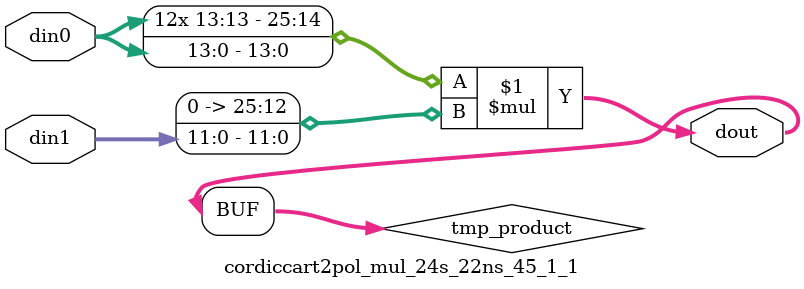
<source format=v>

`timescale 1 ns / 1 ps

 module cordiccart2pol_mul_24s_22ns_45_1_1(din0, din1, dout);
parameter ID = 1;
parameter NUM_STAGE = 0;
parameter din0_WIDTH = 14;
parameter din1_WIDTH = 12;
parameter dout_WIDTH = 26;

input [din0_WIDTH - 1 : 0] din0; 
input [din1_WIDTH - 1 : 0] din1; 
output [dout_WIDTH - 1 : 0] dout;

wire signed [dout_WIDTH - 1 : 0] tmp_product;


























assign tmp_product = $signed(din0) * $signed({1'b0, din1});









assign dout = tmp_product;





















endmodule

</source>
